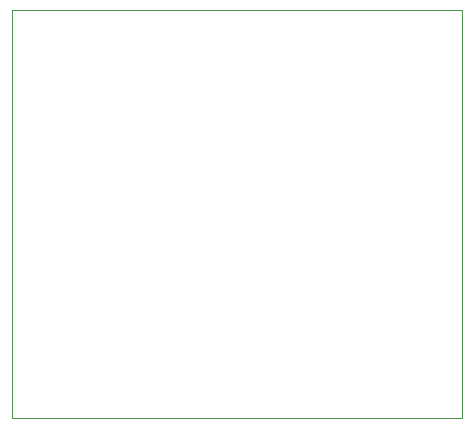
<source format=gbr>
%TF.GenerationSoftware,KiCad,Pcbnew,8.0.0*%
%TF.CreationDate,2024-04-17T17:35:18+02:00*%
%TF.ProjectId,Discharge Controller,44697363-6861-4726-9765-20436f6e7472,rev?*%
%TF.SameCoordinates,Original*%
%TF.FileFunction,Profile,NP*%
%FSLAX46Y46*%
G04 Gerber Fmt 4.6, Leading zero omitted, Abs format (unit mm)*
G04 Created by KiCad (PCBNEW 8.0.0) date 2024-04-17 17:35:18*
%MOMM*%
%LPD*%
G01*
G04 APERTURE LIST*
%TA.AperFunction,Profile*%
%ADD10C,0.100000*%
%TD*%
G04 APERTURE END LIST*
D10*
X149860000Y-50800000D02*
X187960000Y-50800000D01*
X187960000Y-85344000D01*
X149860000Y-85344000D01*
X149860000Y-50800000D01*
M02*

</source>
